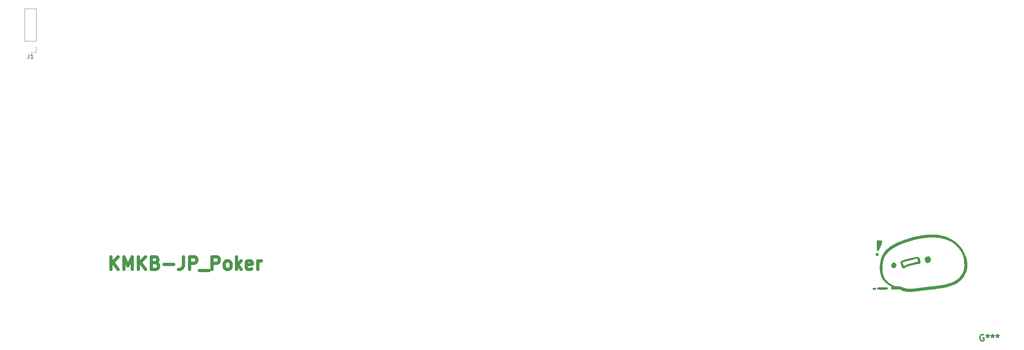
<source format=gbr>
G04 #@! TF.GenerationSoftware,KiCad,Pcbnew,(6.0.11)*
G04 #@! TF.CreationDate,2023-03-31T22:05:11+09:00*
G04 #@! TF.ProjectId,KiCad_KMKB-JP_Poker,4b694361-645f-44b4-9d4b-422d4a505f50,rev?*
G04 #@! TF.SameCoordinates,Original*
G04 #@! TF.FileFunction,Legend,Top*
G04 #@! TF.FilePolarity,Positive*
%FSLAX46Y46*%
G04 Gerber Fmt 4.6, Leading zero omitted, Abs format (unit mm)*
G04 Created by KiCad (PCBNEW (6.0.11)) date 2023-03-31 22:05:11*
%MOMM*%
%LPD*%
G01*
G04 APERTURE LIST*
%ADD10C,0.750000*%
%ADD11C,0.300000*%
%ADD12C,0.150000*%
%ADD13C,0.120000*%
G04 APERTURE END LIST*
D10*
X147163428Y-258405142D02*
X147163428Y-255405142D01*
X148877714Y-258405142D02*
X147592000Y-256690857D01*
X148877714Y-255405142D02*
X147163428Y-257119428D01*
X150163428Y-258405142D02*
X150163428Y-255405142D01*
X151163428Y-257548000D01*
X152163428Y-255405142D01*
X152163428Y-258405142D01*
X153592000Y-258405142D02*
X153592000Y-255405142D01*
X155306285Y-258405142D02*
X154020571Y-256690857D01*
X155306285Y-255405142D02*
X153592000Y-257119428D01*
X157592000Y-256833714D02*
X158020571Y-256976571D01*
X158163428Y-257119428D01*
X158306285Y-257405142D01*
X158306285Y-257833714D01*
X158163428Y-258119428D01*
X158020571Y-258262285D01*
X157734857Y-258405142D01*
X156592000Y-258405142D01*
X156592000Y-255405142D01*
X157592000Y-255405142D01*
X157877714Y-255548000D01*
X158020571Y-255690857D01*
X158163428Y-255976571D01*
X158163428Y-256262285D01*
X158020571Y-256548000D01*
X157877714Y-256690857D01*
X157592000Y-256833714D01*
X156592000Y-256833714D01*
X159592000Y-257262285D02*
X161877714Y-257262285D01*
X164163428Y-255405142D02*
X164163428Y-257548000D01*
X164020571Y-257976571D01*
X163734857Y-258262285D01*
X163306285Y-258405142D01*
X163020571Y-258405142D01*
X165592000Y-258405142D02*
X165592000Y-255405142D01*
X166734857Y-255405142D01*
X167020571Y-255548000D01*
X167163428Y-255690857D01*
X167306285Y-255976571D01*
X167306285Y-256405142D01*
X167163428Y-256690857D01*
X167020571Y-256833714D01*
X166734857Y-256976571D01*
X165592000Y-256976571D01*
X167877714Y-258690857D02*
X170163428Y-258690857D01*
X170877714Y-258405142D02*
X170877714Y-255405142D01*
X172020571Y-255405142D01*
X172306285Y-255548000D01*
X172449142Y-255690857D01*
X172592000Y-255976571D01*
X172592000Y-256405142D01*
X172449142Y-256690857D01*
X172306285Y-256833714D01*
X172020571Y-256976571D01*
X170877714Y-256976571D01*
X174306285Y-258405142D02*
X174020571Y-258262285D01*
X173877714Y-258119428D01*
X173734857Y-257833714D01*
X173734857Y-256976571D01*
X173877714Y-256690857D01*
X174020571Y-256548000D01*
X174306285Y-256405142D01*
X174734857Y-256405142D01*
X175020571Y-256548000D01*
X175163428Y-256690857D01*
X175306285Y-256976571D01*
X175306285Y-257833714D01*
X175163428Y-258119428D01*
X175020571Y-258262285D01*
X174734857Y-258405142D01*
X174306285Y-258405142D01*
X176592000Y-258405142D02*
X176592000Y-255405142D01*
X176877714Y-257262285D02*
X177734857Y-258405142D01*
X177734857Y-256405142D02*
X176592000Y-257548000D01*
X180163428Y-258262285D02*
X179877714Y-258405142D01*
X179306285Y-258405142D01*
X179020571Y-258262285D01*
X178877714Y-257976571D01*
X178877714Y-256833714D01*
X179020571Y-256548000D01*
X179306285Y-256405142D01*
X179877714Y-256405142D01*
X180163428Y-256548000D01*
X180306285Y-256833714D01*
X180306285Y-257119428D01*
X178877714Y-257405142D01*
X181592000Y-258405142D02*
X181592000Y-256405142D01*
X181592000Y-256976571D02*
X181734857Y-256690857D01*
X181877714Y-256548000D01*
X182163428Y-256405142D01*
X182449142Y-256405142D01*
D11*
X351971428Y-273812000D02*
X351826285Y-273739428D01*
X351608571Y-273739428D01*
X351390857Y-273812000D01*
X351245714Y-273957142D01*
X351173142Y-274102285D01*
X351100571Y-274392571D01*
X351100571Y-274610285D01*
X351173142Y-274900571D01*
X351245714Y-275045714D01*
X351390857Y-275190857D01*
X351608571Y-275263428D01*
X351753714Y-275263428D01*
X351971428Y-275190857D01*
X352044000Y-275118285D01*
X352044000Y-274610285D01*
X351753714Y-274610285D01*
X352914857Y-273739428D02*
X352914857Y-274102285D01*
X352552000Y-273957142D02*
X352914857Y-274102285D01*
X353277714Y-273957142D01*
X352697142Y-274392571D02*
X352914857Y-274102285D01*
X353132571Y-274392571D01*
X354076000Y-273739428D02*
X354076000Y-274102285D01*
X353713142Y-273957142D02*
X354076000Y-274102285D01*
X354438857Y-273957142D01*
X353858285Y-274392571D02*
X354076000Y-274102285D01*
X354293714Y-274392571D01*
X355237142Y-273739428D02*
X355237142Y-274102285D01*
X354874285Y-273957142D02*
X355237142Y-274102285D01*
X355600000Y-273957142D01*
X355019428Y-274392571D02*
X355237142Y-274102285D01*
X355454857Y-274392571D01*
D12*
X127936666Y-207893380D02*
X127936666Y-208607666D01*
X127889047Y-208750523D01*
X127793809Y-208845761D01*
X127650952Y-208893380D01*
X127555714Y-208893380D01*
X128936666Y-208893380D02*
X128365238Y-208893380D01*
X128650952Y-208893380D02*
X128650952Y-207893380D01*
X128555714Y-208036238D01*
X128460476Y-208131476D01*
X128365238Y-208179095D01*
G36*
X328598797Y-262629664D02*
G01*
X328789105Y-262630953D01*
X328961236Y-262633566D01*
X329108454Y-262637546D01*
X329224021Y-262642936D01*
X329301198Y-262649780D01*
X329331409Y-262656671D01*
X329410206Y-262725619D01*
X329462734Y-262819145D01*
X329484584Y-262922060D01*
X329471345Y-263019171D01*
X329449158Y-263062293D01*
X329425802Y-263094009D01*
X329401070Y-263120212D01*
X329370166Y-263141425D01*
X329328291Y-263158171D01*
X329270648Y-263170974D01*
X329192439Y-263180356D01*
X329088868Y-263186840D01*
X328955135Y-263190950D01*
X328786444Y-263193208D01*
X328577997Y-263194138D01*
X328324997Y-263194263D01*
X328239111Y-263194221D01*
X327977436Y-263193831D01*
X327761775Y-263192869D01*
X327587344Y-263191165D01*
X327449359Y-263188545D01*
X327343036Y-263184839D01*
X327263590Y-263179875D01*
X327206238Y-263173480D01*
X327166195Y-263165484D01*
X327138676Y-263155715D01*
X327136451Y-263154645D01*
X327050961Y-263088588D01*
X327003492Y-263001521D01*
X326993018Y-262904925D01*
X327018508Y-262810281D01*
X327078936Y-262729070D01*
X327173271Y-262672773D01*
X327179825Y-262670492D01*
X327230521Y-262661815D01*
X327323680Y-262654072D01*
X327452564Y-262647306D01*
X327610437Y-262641561D01*
X327790559Y-262636881D01*
X327986194Y-262633307D01*
X328190604Y-262630884D01*
X328397051Y-262629656D01*
X328598797Y-262629664D01*
G37*
G36*
X327434345Y-251592359D02*
G01*
X327588874Y-251605121D01*
X327741354Y-251624005D01*
X327879448Y-251647237D01*
X327990821Y-251673041D01*
X328060715Y-251698360D01*
X328141785Y-251757420D01*
X328183430Y-251836421D01*
X328193400Y-251928616D01*
X328184388Y-251985445D01*
X328159463Y-252080307D01*
X328121785Y-252204154D01*
X328074517Y-252347938D01*
X328020821Y-252502609D01*
X327963859Y-252659119D01*
X327906794Y-252808419D01*
X327852787Y-252941462D01*
X327805001Y-253049198D01*
X327793513Y-253072900D01*
X327743700Y-253183747D01*
X327699035Y-253301429D01*
X327669979Y-253397549D01*
X327610814Y-253581880D01*
X327523640Y-253740862D01*
X327407705Y-253883836D01*
X327336252Y-253963943D01*
X327270613Y-254042876D01*
X327230943Y-254095301D01*
X327181053Y-254156330D01*
X327131998Y-254199831D01*
X327124833Y-254204145D01*
X327092843Y-254216023D01*
X327078943Y-254198295D01*
X327075805Y-254140724D01*
X327075800Y-254135633D01*
X327058589Y-254042762D01*
X327006868Y-253968930D01*
X326967612Y-253919074D01*
X326942634Y-253859381D01*
X326926369Y-253773580D01*
X326919538Y-253713540D01*
X326913334Y-253624230D01*
X326908374Y-253497678D01*
X326904635Y-253341522D01*
X326902091Y-253163399D01*
X326900719Y-252970947D01*
X326900494Y-252771806D01*
X326901391Y-252573612D01*
X326903388Y-252384004D01*
X326906458Y-252210620D01*
X326910579Y-252061098D01*
X326915724Y-251943076D01*
X326921872Y-251864192D01*
X326925496Y-251841000D01*
X326957227Y-251752913D01*
X327004013Y-251673947D01*
X327018527Y-251656850D01*
X327055859Y-251621859D01*
X327094496Y-251601059D01*
X327148551Y-251590846D01*
X327232137Y-251587615D01*
X327290102Y-251587493D01*
X327434345Y-251592359D01*
G37*
G36*
X327151953Y-254583032D02*
G01*
X327253502Y-254651515D01*
X327326891Y-254743449D01*
X327360843Y-254854298D01*
X327356918Y-254972985D01*
X327316681Y-255088432D01*
X327241693Y-255189563D01*
X327169669Y-255245717D01*
X327057290Y-255286990D01*
X326932977Y-255289573D01*
X326817713Y-255253469D01*
X326803983Y-255245628D01*
X326711380Y-255161963D01*
X326657613Y-255053156D01*
X326644143Y-254928470D01*
X326672431Y-254797169D01*
X326718711Y-254704938D01*
X326807075Y-254604734D01*
X326912398Y-254550649D01*
X327029187Y-254543232D01*
X327151953Y-254583032D01*
G37*
G36*
X327648671Y-257161630D02*
G01*
X327712199Y-256721359D01*
X327798306Y-256296112D01*
X327803646Y-256273547D01*
X327851291Y-256095381D01*
X327914404Y-255890773D01*
X327987927Y-255673854D01*
X328066804Y-255458751D01*
X328145978Y-255259594D01*
X328220392Y-255090512D01*
X328245727Y-255038361D01*
X328465273Y-254655431D01*
X328732511Y-254283755D01*
X329045051Y-253926078D01*
X329400502Y-253585140D01*
X329784593Y-253272595D01*
X330190447Y-252988678D01*
X330642485Y-252711052D01*
X331136329Y-252441105D01*
X331667599Y-252180225D01*
X332231916Y-251929799D01*
X332824903Y-251691215D01*
X333442180Y-251465861D01*
X334079368Y-251255125D01*
X334732089Y-251060394D01*
X335395963Y-250883055D01*
X336066613Y-250724497D01*
X336739659Y-250586108D01*
X337410722Y-250469275D01*
X338075425Y-250375386D01*
X338729387Y-250305828D01*
X339267800Y-250267185D01*
X339474129Y-250259408D01*
X339712456Y-250256356D01*
X339970754Y-250257709D01*
X340236998Y-250263144D01*
X340499159Y-250272338D01*
X340745212Y-250284969D01*
X340963132Y-250300715D01*
X341122000Y-250316883D01*
X341688348Y-250398452D01*
X342213235Y-250500172D01*
X342702388Y-250623386D01*
X343161537Y-250769435D01*
X343349957Y-250839122D01*
X343532704Y-250913224D01*
X343727719Y-250998500D01*
X343924938Y-251090024D01*
X344114298Y-251182870D01*
X344285735Y-251272113D01*
X344429187Y-251352827D01*
X344529263Y-251416339D01*
X344623897Y-251480159D01*
X344717924Y-251539950D01*
X344791261Y-251582948D01*
X344792300Y-251583507D01*
X344871529Y-251629067D01*
X344942788Y-251674889D01*
X344957400Y-251685360D01*
X345002072Y-251718150D01*
X345077678Y-251773113D01*
X345173905Y-251842770D01*
X345280436Y-251919640D01*
X345287600Y-251924800D01*
X345394703Y-252002969D01*
X345492111Y-252075924D01*
X345569434Y-252135763D01*
X345616281Y-252174580D01*
X345617800Y-252175978D01*
X345669883Y-252222763D01*
X345744454Y-252287764D01*
X345822236Y-252354246D01*
X345897045Y-252423038D01*
X345996477Y-252522516D01*
X346113894Y-252645278D01*
X346242659Y-252783924D01*
X346376135Y-252931053D01*
X346507685Y-253079264D01*
X346630672Y-253221156D01*
X346738459Y-253349329D01*
X346824409Y-253456382D01*
X346881886Y-253534914D01*
X346884179Y-253538397D01*
X346955898Y-253656738D01*
X347041267Y-253811644D01*
X347137282Y-253996491D01*
X347240939Y-254204653D01*
X347349234Y-254429505D01*
X347459162Y-254664420D01*
X347567718Y-254902774D01*
X347671900Y-255137941D01*
X347768702Y-255363295D01*
X347855120Y-255572212D01*
X347928151Y-255758066D01*
X347984789Y-255914231D01*
X348022031Y-256034082D01*
X348029477Y-256064200D01*
X348071512Y-256290766D01*
X348105725Y-256553342D01*
X348131289Y-256837621D01*
X348147377Y-257129295D01*
X348153164Y-257414060D01*
X348147823Y-257677607D01*
X348133990Y-257873522D01*
X348062027Y-258371674D01*
X347949145Y-258842685D01*
X347793857Y-259289634D01*
X347594679Y-259715603D01*
X347350125Y-260123672D01*
X347058710Y-260516921D01*
X346718948Y-260898431D01*
X346633650Y-260985000D01*
X346400223Y-261202521D01*
X346152260Y-261402724D01*
X345885131Y-261588000D01*
X345594203Y-261760736D01*
X345274846Y-261923321D01*
X344922429Y-262078144D01*
X344532321Y-262227593D01*
X344099891Y-262374059D01*
X343707161Y-262494585D01*
X343458556Y-262566267D01*
X343220007Y-262631341D01*
X342986465Y-262690663D01*
X342752884Y-262745089D01*
X342514216Y-262795477D01*
X342265415Y-262842683D01*
X342001434Y-262887564D01*
X341717224Y-262930976D01*
X341407740Y-262973776D01*
X341067934Y-263016820D01*
X340692758Y-263060966D01*
X340277167Y-263107069D01*
X339816112Y-263155987D01*
X339801200Y-263157541D01*
X339440896Y-263195802D01*
X339085194Y-263235146D01*
X338726026Y-263276556D01*
X338355325Y-263321013D01*
X337965025Y-263369499D01*
X337547058Y-263422996D01*
X337093357Y-263482484D01*
X336702400Y-263534626D01*
X336478336Y-263564308D01*
X336251107Y-263593702D01*
X336030607Y-263621579D01*
X335826731Y-263646709D01*
X335649376Y-263667862D01*
X335508437Y-263683809D01*
X335463918Y-263688512D01*
X335252976Y-263705770D01*
X335020472Y-263717362D01*
X334778328Y-263723281D01*
X334538469Y-263723522D01*
X334312817Y-263718079D01*
X334113298Y-263706945D01*
X333951835Y-263690115D01*
X333946082Y-263689286D01*
X333713580Y-263649651D01*
X333491208Y-263598836D01*
X333264259Y-263532717D01*
X333018023Y-263447168D01*
X332841600Y-263379559D01*
X332685230Y-263320449D01*
X332525537Y-263264536D01*
X332376423Y-263216388D01*
X332251790Y-263180573D01*
X332193900Y-263166769D01*
X331998651Y-263137623D01*
X331767871Y-263122151D01*
X331514980Y-263120452D01*
X331253398Y-263132624D01*
X331002212Y-263158019D01*
X330844102Y-263176393D01*
X330724168Y-263183413D01*
X330630867Y-263178155D01*
X330552659Y-263159694D01*
X330478000Y-263127107D01*
X330454000Y-263114119D01*
X330344639Y-263026803D01*
X330276679Y-262913883D01*
X330251844Y-262781477D01*
X330271856Y-262635703D01*
X330298387Y-262561638D01*
X330328470Y-262489821D01*
X330348079Y-262439393D01*
X330352400Y-262425030D01*
X330330924Y-262410430D01*
X330272029Y-262378055D01*
X330184007Y-262332285D01*
X330075152Y-262277499D01*
X330041250Y-262260736D01*
X329618568Y-262029307D01*
X329237853Y-261771558D01*
X328898446Y-261486453D01*
X328599687Y-261172952D01*
X328340917Y-260830018D01*
X328121477Y-260456614D01*
X327940707Y-260051701D01*
X327797949Y-259614242D01*
X327692542Y-259143199D01*
X327623828Y-258637535D01*
X327606701Y-258428790D01*
X327594608Y-258029725D01*
X327597833Y-257934229D01*
X328222991Y-257934229D01*
X328223947Y-258426271D01*
X328261782Y-258896159D01*
X328336101Y-259341184D01*
X328446513Y-259758635D01*
X328592624Y-260145802D01*
X328774042Y-260499975D01*
X328880356Y-260667500D01*
X329043055Y-260889298D01*
X329220243Y-261096030D01*
X329417311Y-261292173D01*
X329639649Y-261482206D01*
X329892649Y-261670607D01*
X330181702Y-261861853D01*
X330512197Y-262060424D01*
X330654817Y-262141565D01*
X331096035Y-262389210D01*
X331371309Y-262372491D01*
X331629584Y-262367702D01*
X331904106Y-262381695D01*
X332174706Y-262412650D01*
X332421216Y-262458750D01*
X332474967Y-262471973D01*
X332585109Y-262504147D01*
X332726239Y-262550580D01*
X332882536Y-262605801D01*
X333038174Y-262664341D01*
X333086703Y-262683459D01*
X333418747Y-262805469D01*
X333723910Y-262894964D01*
X334011889Y-262954682D01*
X334086200Y-262965815D01*
X334215847Y-262977458D01*
X334386794Y-262983405D01*
X334589895Y-262983969D01*
X334816007Y-262979462D01*
X335055986Y-262970197D01*
X335300688Y-262956488D01*
X335540967Y-262938648D01*
X335767681Y-262916989D01*
X335875013Y-262904589D01*
X336048423Y-262882894D01*
X336258559Y-262856156D01*
X336491808Y-262826134D01*
X336734554Y-262794588D01*
X336973182Y-262763277D01*
X337157713Y-262738815D01*
X337508518Y-262692408D01*
X337820094Y-262652057D01*
X338103479Y-262616468D01*
X338369709Y-262584343D01*
X338629820Y-262554388D01*
X338894849Y-262525307D01*
X339175833Y-262495803D01*
X339483809Y-262464581D01*
X339547200Y-262458257D01*
X340008881Y-262411562D01*
X340424650Y-262367769D01*
X340799264Y-262326112D01*
X341137476Y-262285821D01*
X341444043Y-262246130D01*
X341723720Y-262206271D01*
X341981263Y-262165476D01*
X342221427Y-262122978D01*
X342448968Y-262078009D01*
X342668640Y-262029801D01*
X342885200Y-261977587D01*
X343103403Y-261920599D01*
X343328004Y-261858068D01*
X343408000Y-261835024D01*
X343833223Y-261707020D01*
X344212797Y-261582476D01*
X344551538Y-261459044D01*
X344854262Y-261334377D01*
X345125787Y-261206124D01*
X345370929Y-261071938D01*
X345594505Y-260929470D01*
X345801332Y-260776371D01*
X345996227Y-260610294D01*
X346079442Y-260532502D01*
X346330973Y-260271636D01*
X346568708Y-259987432D01*
X346783177Y-259692426D01*
X346964908Y-259399158D01*
X347035985Y-259266149D01*
X347112802Y-259095016D01*
X347190107Y-258888507D01*
X347262913Y-258661749D01*
X347326237Y-258429871D01*
X347360354Y-258281665D01*
X347406917Y-257992441D01*
X347433150Y-257671170D01*
X347440058Y-257325988D01*
X347428646Y-256965033D01*
X347399921Y-256596443D01*
X347354886Y-256228355D01*
X347294548Y-255868905D01*
X347219911Y-255526233D01*
X347131981Y-255208474D01*
X347031763Y-254923767D01*
X346920262Y-254680249D01*
X346914013Y-254668567D01*
X346855888Y-254565026D01*
X346779871Y-254435796D01*
X346691428Y-254289572D01*
X346596025Y-254135049D01*
X346499128Y-253980922D01*
X346406204Y-253835888D01*
X346322719Y-253708640D01*
X346254138Y-253607876D01*
X346206336Y-253542800D01*
X346032493Y-253338159D01*
X345826931Y-253116955D01*
X345600733Y-252889989D01*
X345364981Y-252668062D01*
X345130755Y-252461974D01*
X344929428Y-252298200D01*
X344840793Y-252228964D01*
X344754202Y-252160663D01*
X344693170Y-252111913D01*
X344624241Y-252066617D01*
X344527537Y-252015824D01*
X344423442Y-251970199D01*
X344418801Y-251968395D01*
X344335663Y-251934943D01*
X344217388Y-251885510D01*
X344075200Y-251824880D01*
X343920324Y-251757837D01*
X343772408Y-251692894D01*
X343473637Y-251564629D01*
X343211626Y-251460828D01*
X342979926Y-251379242D01*
X342772087Y-251317623D01*
X342581661Y-251273722D01*
X342557100Y-251269060D01*
X342435007Y-251246043D01*
X342284681Y-251217055D01*
X342127664Y-251186276D01*
X342019535Y-251164746D01*
X341554780Y-251080283D01*
X341109231Y-251018623D01*
X340667015Y-250978406D01*
X340212258Y-250958275D01*
X339729087Y-250956871D01*
X339615198Y-250958989D01*
X339318909Y-250967648D01*
X339044888Y-250980567D01*
X338781055Y-250998866D01*
X338515332Y-251023666D01*
X338235640Y-251056087D01*
X337929898Y-251097249D01*
X337604100Y-251145503D01*
X336726655Y-251296423D01*
X335878429Y-251476922D01*
X335045111Y-251690389D01*
X334212390Y-251940215D01*
X334111600Y-251972872D01*
X333480046Y-252189163D01*
X332880048Y-252415009D01*
X332314189Y-252649144D01*
X331785051Y-252890302D01*
X331295217Y-253137219D01*
X330847270Y-253388628D01*
X330443791Y-253643263D01*
X330087363Y-253899860D01*
X329942540Y-254016021D01*
X329702424Y-254232102D01*
X329467887Y-254474036D01*
X329247533Y-254731371D01*
X329049963Y-254993654D01*
X328883780Y-255250431D01*
X328798067Y-255406659D01*
X328697886Y-255627493D01*
X328599850Y-255885721D01*
X328508134Y-256167976D01*
X328426914Y-256460893D01*
X328360364Y-256751106D01*
X328333286Y-256894524D01*
X328259307Y-257422743D01*
X328222991Y-257934229D01*
X327597833Y-257934229D01*
X327609036Y-257602546D01*
X327648671Y-257161630D01*
G37*
G36*
X339094925Y-255390630D02*
G01*
X339123099Y-255395961D01*
X339259052Y-255441887D01*
X339370355Y-255521033D01*
X339462680Y-255638980D01*
X339541704Y-255801310D01*
X339545790Y-255811669D01*
X339600911Y-255978540D01*
X339622894Y-256122537D01*
X339609564Y-256253998D01*
X339558747Y-256383263D01*
X339468270Y-256520670D01*
X339372451Y-256635995D01*
X339246439Y-256765443D01*
X339129895Y-256854462D01*
X339012170Y-256909268D01*
X338882614Y-256936079D01*
X338854039Y-256938652D01*
X338752995Y-256941816D01*
X338675232Y-256929972D01*
X338594202Y-256898023D01*
X338563503Y-256882849D01*
X338410708Y-256777887D01*
X338292562Y-256636515D01*
X338209907Y-256460241D01*
X338163585Y-256250573D01*
X338155113Y-256151849D01*
X338155452Y-255980286D01*
X338178344Y-255844668D01*
X338227482Y-255733772D01*
X338306556Y-255636376D01*
X338332785Y-255611598D01*
X338499318Y-255493968D01*
X338689463Y-255415854D01*
X338891803Y-255380369D01*
X339094925Y-255390630D01*
G37*
G36*
X326549041Y-262760954D02*
G01*
X326600763Y-262773278D01*
X326641206Y-262796395D01*
X326680147Y-262831474D01*
X326736688Y-262919131D01*
X326746174Y-263015135D01*
X326708966Y-263109610D01*
X326668183Y-263157865D01*
X326621570Y-263197472D01*
X326574183Y-263220516D01*
X326509494Y-263232030D01*
X326410978Y-263237046D01*
X326407833Y-263237135D01*
X326299919Y-263236894D01*
X326197661Y-263231259D01*
X326128004Y-263222248D01*
X326004609Y-263179555D01*
X325924976Y-263111282D01*
X325888839Y-263017183D01*
X325887222Y-263001760D01*
X325886476Y-262925449D01*
X325902449Y-262870719D01*
X325942374Y-262832802D01*
X326013482Y-262806932D01*
X326123004Y-262788341D01*
X326228309Y-262776921D01*
X326372603Y-262763957D01*
X326476251Y-262758241D01*
X326549041Y-262760954D01*
G37*
G36*
X332525486Y-256633494D02*
G01*
X332558334Y-256527763D01*
X332616007Y-256449009D01*
X332702443Y-256389857D01*
X332821580Y-256342930D01*
X332850156Y-256334222D01*
X333120877Y-256254940D01*
X333345346Y-256189909D01*
X333525873Y-256138466D01*
X333664769Y-256099948D01*
X333679800Y-256095879D01*
X333787110Y-256066650D01*
X333894146Y-256037052D01*
X333959200Y-256018752D01*
X334047091Y-255994609D01*
X334171231Y-255961724D01*
X334318534Y-255923471D01*
X334475916Y-255883228D01*
X334630292Y-255844369D01*
X334746600Y-255815626D01*
X334901449Y-255779883D01*
X335079733Y-255742141D01*
X335269516Y-255704607D01*
X335458864Y-255669486D01*
X335635841Y-255638984D01*
X335788511Y-255615307D01*
X335904941Y-255600660D01*
X335915000Y-255599697D01*
X336037102Y-255585074D01*
X336160182Y-255564725D01*
X336260053Y-255542724D01*
X336270600Y-255539804D01*
X336401127Y-255517934D01*
X336539748Y-255520234D01*
X336668585Y-255544744D01*
X336769762Y-255589502D01*
X336778309Y-255595484D01*
X336846356Y-255664860D01*
X336918436Y-255770762D01*
X336987152Y-255900219D01*
X337045107Y-256040258D01*
X337063270Y-256095186D01*
X337090201Y-256211138D01*
X337109355Y-256349533D01*
X337120553Y-256498685D01*
X337123618Y-256646906D01*
X337118372Y-256782511D01*
X337104639Y-256893813D01*
X337082240Y-256969124D01*
X337076696Y-256978853D01*
X337018749Y-257048577D01*
X336944676Y-257097285D01*
X336843162Y-257130159D01*
X336702894Y-257152382D01*
X336696237Y-257153132D01*
X336588891Y-257167598D01*
X336450313Y-257189879D01*
X336294253Y-257217388D01*
X336134464Y-257247535D01*
X335984698Y-257277732D01*
X335858706Y-257305392D01*
X335775300Y-257326462D01*
X335717963Y-257341266D01*
X335625963Y-257363325D01*
X335514274Y-257389094D01*
X335445100Y-257404626D01*
X335315959Y-257434208D01*
X335158706Y-257471575D01*
X334994375Y-257511670D01*
X334860900Y-257545120D01*
X334606203Y-257610988D01*
X334394699Y-257668427D01*
X334219958Y-257719891D01*
X334075553Y-257767833D01*
X333955056Y-257814707D01*
X333852037Y-257862965D01*
X333760068Y-257915063D01*
X333672722Y-257973453D01*
X333603600Y-258024994D01*
X333460515Y-258126228D01*
X333340085Y-258189122D01*
X333234667Y-258216111D01*
X333136623Y-258209635D01*
X333080828Y-258191791D01*
X333009677Y-258142335D01*
X332930910Y-258047705D01*
X332843376Y-257906314D01*
X332765825Y-257757579D01*
X332675260Y-257565059D01*
X332609132Y-257402518D01*
X332563661Y-257257693D01*
X332535065Y-257118321D01*
X332519564Y-256972138D01*
X332518512Y-256955393D01*
X332513762Y-256782233D01*
X333006700Y-256782233D01*
X333009799Y-256908766D01*
X333020339Y-256997415D01*
X333045691Y-257106553D01*
X333081973Y-257226190D01*
X333125302Y-257346337D01*
X333171794Y-257457001D01*
X333217565Y-257548192D01*
X333258734Y-257609920D01*
X333290983Y-257632200D01*
X333316465Y-257618989D01*
X333370024Y-257584979D01*
X333416787Y-257553463D01*
X333587738Y-257453035D01*
X333805178Y-257354260D01*
X334064797Y-257258997D01*
X334200500Y-257215862D01*
X334325164Y-257177877D01*
X334438989Y-257143020D01*
X334529363Y-257115166D01*
X334583518Y-257098235D01*
X334645564Y-257080307D01*
X334748827Y-257052623D01*
X334885371Y-257017148D01*
X335047260Y-256975846D01*
X335226558Y-256930682D01*
X335415331Y-256883623D01*
X335605640Y-256836633D01*
X335789552Y-256791677D01*
X335959130Y-256750721D01*
X336106439Y-256715729D01*
X336223541Y-256688667D01*
X336302503Y-256671500D01*
X336321400Y-256667884D01*
X336436071Y-256647088D01*
X336509712Y-256630064D01*
X336551400Y-256612223D01*
X336570212Y-256588981D01*
X336575225Y-256555749D01*
X336575400Y-256539538D01*
X336560236Y-256386747D01*
X336518850Y-256229528D01*
X336457393Y-256085361D01*
X336382020Y-255971725D01*
X336371327Y-255959901D01*
X336348064Y-255936973D01*
X336323578Y-255921501D01*
X336291075Y-255914302D01*
X336243761Y-255916194D01*
X336174842Y-255927995D01*
X336077524Y-255950521D01*
X335945013Y-255984590D01*
X335770514Y-256031020D01*
X335762600Y-256033136D01*
X335607151Y-256074419D01*
X335421034Y-256123396D01*
X335222805Y-256175209D01*
X335031023Y-256225001D01*
X334937100Y-256249228D01*
X334743739Y-256299391D01*
X334534531Y-256354414D01*
X334316642Y-256412347D01*
X334097237Y-256471239D01*
X333883480Y-256529139D01*
X333682537Y-256584097D01*
X333501573Y-256634162D01*
X333347753Y-256677384D01*
X333228242Y-256711812D01*
X333150204Y-256735496D01*
X333146400Y-256736727D01*
X333006700Y-256782233D01*
X332513762Y-256782233D01*
X332513525Y-256773579D01*
X332525486Y-256633494D01*
G37*
G36*
X330994739Y-256775876D02*
G01*
X331071043Y-256801924D01*
X331149250Y-256853070D01*
X331240129Y-256935638D01*
X331301275Y-256998708D01*
X331402369Y-257114320D01*
X331468292Y-257213910D01*
X331505357Y-257310781D01*
X331519876Y-257418233D01*
X331520800Y-257461297D01*
X331496231Y-257626104D01*
X331425847Y-257782806D01*
X331314630Y-257923756D01*
X331167564Y-258041311D01*
X331127100Y-258065410D01*
X331022089Y-258106319D01*
X330894836Y-258130038D01*
X330763900Y-258135383D01*
X330647840Y-258121172D01*
X330587081Y-258099835D01*
X330466009Y-258014210D01*
X330376454Y-257895720D01*
X330316191Y-257740452D01*
X330285452Y-257568700D01*
X330282394Y-257488868D01*
X330294313Y-257411966D01*
X330325130Y-257327985D01*
X330378768Y-257226918D01*
X330459150Y-257098757D01*
X330484936Y-257059728D01*
X330592202Y-256920870D01*
X330700090Y-256828761D01*
X330814156Y-256779594D01*
X330909569Y-256768600D01*
X330994739Y-256775876D01*
G37*
D13*
X129600000Y-204841000D02*
X126940000Y-204841000D01*
X129600000Y-204841000D02*
X129600000Y-197161000D01*
X126940000Y-204841000D02*
X126940000Y-197161000D01*
X129600000Y-206111000D02*
X129600000Y-207441000D01*
X129600000Y-197161000D02*
X126940000Y-197161000D01*
X129600000Y-207441000D02*
X128270000Y-207441000D01*
M02*

</source>
